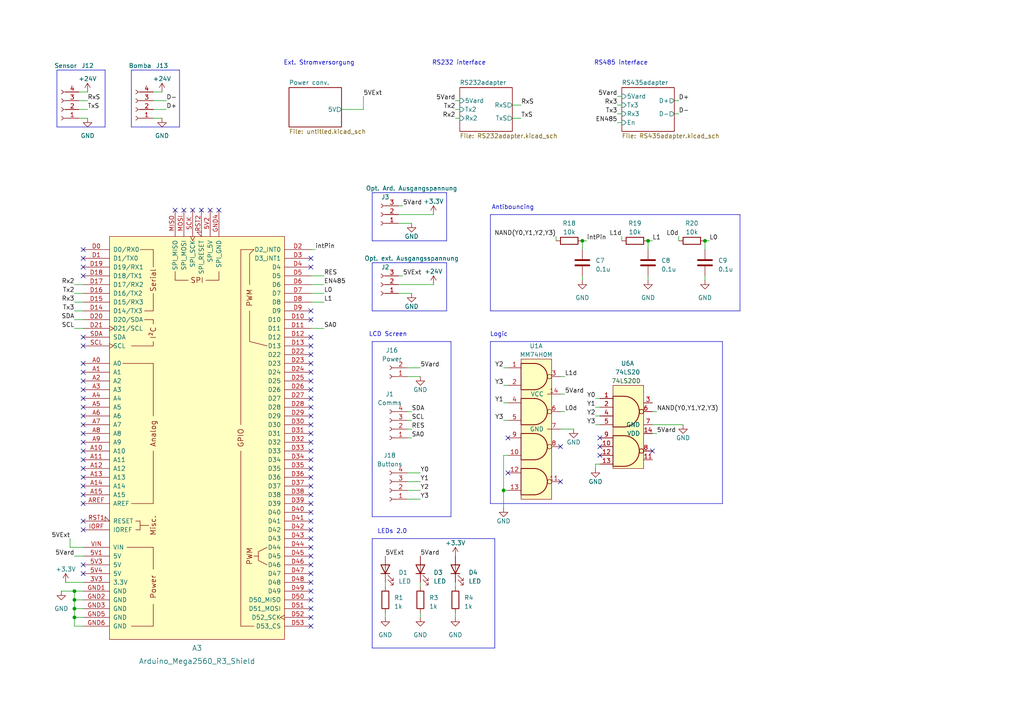
<source format=kicad_sch>
(kicad_sch (version 20230121) (generator eeschema)
  (paper "A4")
  (lib_symbols
    (symbol "74ls20D:74LS20" (pin_names (offset 1.016))
      (property "Reference" "U" (at 0 1.27 0))
      (property "Value" "74LS20" (at 0 -1.27 0))
      (symbol "74LS20_1_1"
        (text "74LS20D" (at 0 8.89 0) (effects (font (size 1.27 1.27))))
        (pin input line (at -7.62 3.81 0) (length 3.81) (name "~") (number "1"))
        (pin input line (at -7.62 -10.16 0) (length 3.81) (name "~") (number "10"))
        (pin free line (at 7.62 -13.97 180) (length 2.54) (name "~") (number "11"))
        (pin input line (at -7.62 -12.7 0) (length 3.81) (name "~") (number "12"))
        (pin input line (at -7.62 -15.24 0) (length 3.81) (name "~") (number "13"))
        (pin input line (at 7.62 -6.35 180) (length 2.54) (name "VDD") (number "14"))
        (pin input line (at -7.62 1.27 0) (length 3.81) (name "~") (number "2"))
        (pin free line (at 7.62 2.54 180) (length 2.54) (name "~") (number "3"))
        (pin input line (at -7.62 -1.27 0) (length 3.81) (name "~") (number "4"))
        (pin input line (at -7.62 -3.81 0) (length 3.81) (name "~") (number "5"))
        (pin output inverted (at 7.62 0 180) (length 3.81) (name "~") (number "6"))
        (pin input line (at 7.62 -3.81 180) (length 2.54) (name "GND") (number "7"))
        (pin output inverted (at 7.62 -11.43 180) (length 3.81) (name "~") (number "8"))
        (pin input line (at -7.62 -7.62 0) (length 3.81) (name "~") (number "9"))
      )
      (symbol "74LS20_1_2"
        (pin input inverted (at -7.62 3.81 0) (length 3.81) (name "~") (number "1"))
        (pin input inverted (at -7.62 1.27 0) (length 4.826) (name "~") (number "2"))
        (pin input inverted (at -7.62 -1.27 0) (length 4.826) (name "~") (number "4"))
        (pin input inverted (at -7.62 -3.81 0) (length 3.81) (name "~") (number "5"))
        (pin output line (at 7.62 0 180) (length 3.81) (name "~") (number "6"))
      )
      (symbol "74LS20_2_1"
        (pin input line (at -7.62 1.27 0) (length 3.81) (name "~") (number "10"))
        (pin input line (at -7.62 -1.27 0) (length 3.81) (name "~") (number "12"))
        (pin input line (at -7.62 -3.81 0) (length 3.81) (name "~") (number "13"))
        (pin output inverted (at 7.62 0 180) (length 3.81) (name "~") (number "8"))
        (pin input line (at -7.62 3.81 0) (length 3.81) (name "~") (number "9"))
      )
      (symbol "74LS20_2_2"
        (pin input inverted (at -7.62 1.27 0) (length 4.826) (name "~") (number "10"))
        (pin input inverted (at -7.62 -1.27 0) (length 4.826) (name "~") (number "12"))
        (pin input inverted (at -7.62 -3.81 0) (length 3.81) (name "~") (number "13"))
        (pin output line (at 7.62 0 180) (length 3.81) (name "~") (number "8"))
        (pin input inverted (at -7.62 3.81 0) (length 3.81) (name "~") (number "9"))
      )
      (symbol "74LS20_3_0"
        (pin power_in line (at 0 12.7 270) (length 5.08) (name "VCC") (number "14"))
        (pin power_in line (at 0 -12.7 90) (length 5.08) (name "GND") (number "7"))
      )
    )
    (symbol "Conn_01x04_Female_1" (pin_names (offset 1.016) hide)
      (property "Reference" "J" (at 0 5.08 0))
      (property "Value" "Conn_01x04_Female_1" (at 0 -7.62 0))
      (symbol "Conn_01x04_Female_1_1_1"
        (pin passive line (at -5.08 2.54 0) (length 3.81) (name "Pin_1") (number "1"))
        (pin passive line (at -5.08 0 0) (length 3.81) (name "Pin_2") (number "2"))
        (pin passive line (at -5.08 -2.54 0) (length 3.81) (name "Pin_3") (number "3"))
        (pin passive line (at -5.08 -5.08 0) (length 3.81) (name "Pin_4") (number "4"))
      )
    )
    (symbol "Connector:Conn_01x02_Female" (pin_names (offset 1.016) hide)
      (property "Reference" "J" (at 0 2.54 0))
      (property "Value" "Conn_01x02_Female" (at 0 -5.08 0))
      (symbol "Conn_01x02_Female_1_1"
        (pin passive line (at -5.08 0 0) (length 3.81) (name "Pin_1") (number "1"))
        (pin passive line (at -5.08 -2.54 0) (length 3.81) (name "Pin_2") (number "2"))
      )
    )
    (symbol "Connector:Conn_01x03_Socket" (pin_names (offset 1.016) hide)
      (property "Reference" "J" (at 0 5.08 0))
      (property "Value" "Conn_01x03_Socket" (at 0 -5.08 0))
      (symbol "Conn_01x03_Socket_1_1"
        (pin passive line (at -5.08 2.54 0) (length 3.81) (name "Pin_1") (number "1"))
        (pin passive line (at -5.08 0 0) (length 3.81) (name "Pin_2") (number "2"))
        (pin passive line (at -5.08 -2.54 0) (length 3.81) (name "Pin_3") (number "3"))
      )
    )
    (symbol "Connector:Conn_01x04_Female" (pin_names (offset 1.016) hide)
      (property "Reference" "J" (at 0 5.08 0))
      (property "Value" "Conn_01x04_Female" (at 0 -7.62 0))
      (symbol "Conn_01x04_Female_1_1"
        (pin passive line (at -5.08 2.54 0) (length 3.81) (name "Pin_1") (number "1"))
        (pin passive line (at -5.08 0 0) (length 3.81) (name "Pin_2") (number "2"))
        (pin passive line (at -5.08 -2.54 0) (length 3.81) (name "Pin_3") (number "3"))
        (pin passive line (at -5.08 -5.08 0) (length 3.81) (name "Pin_4") (number "4"))
      )
    )
    (symbol "Connector:Conn_01x04_Socket" (pin_names (offset 1.016) hide)
      (property "Reference" "J" (at 0 5.08 0))
      (property "Value" "Conn_01x04_Socket" (at 0 -7.62 0))
      (symbol "Conn_01x04_Socket_1_1"
        (pin passive line (at -5.08 2.54 0) (length 3.81) (name "Pin_1") (number "1"))
        (pin passive line (at -5.08 0 0) (length 3.81) (name "Pin_2") (number "2"))
        (pin passive line (at -5.08 -2.54 0) (length 3.81) (name "Pin_3") (number "3"))
        (pin passive line (at -5.08 -5.08 0) (length 3.81) (name "Pin_4") (number "4"))
      )
    )
    (symbol "Device:C" (pin_numbers hide) (pin_names (offset 0.254))
      (property "Reference" "C" (at 0.635 2.54 0))
      (property "Value" "C" (at 0.635 -2.54 0))
      (symbol "C_1_1"
        (pin passive line (at 0 3.81 270) (length 2.794) (name "~") (number "1"))
        (pin passive line (at 0 -3.81 90) (length 2.794) (name "~") (number "2"))
      )
    )
    (symbol "Device:LED" (pin_numbers hide) (pin_names (offset 1.016) hide)
      (property "Reference" "D" (at 0 2.54 0))
      (property "Value" "LED" (at 0 -2.54 0))
      (symbol "LED_1_1"
        (pin passive line (at -3.81 0 0) (length 2.54) (name "K") (number "1"))
        (pin passive line (at 3.81 0 180) (length 2.54) (name "A") (number "2"))
      )
    )
    (symbol "Device:R" (pin_numbers hide) (pin_names (offset 0))
      (property "Reference" "R" (at 2.032 0 90))
      (property "Value" "R" (at 0 0 90))
      (symbol "R_1_1"
        (pin passive line (at 0 3.81 270) (length 1.27) (name "~") (number "1"))
        (pin passive line (at 0 -3.81 90) (length 1.27) (name "~") (number "2"))
      )
    )
    (symbol "GND_1" (power) (pin_names (offset 0))
      (property "Value" "GND_1" (at 0 -3.81 0))
      (symbol "GND_1_1_1"
        (pin power_in line (at 0 0 270) (length 0) hide (name "GND") (number "1"))
      )
    )
    (symbol "MM74HC:MM74HC00M" (pin_names (offset 1.016))
      (property "Reference" "U" (at -6.35 -6.35 0))
      (property "Value" "74LS01" (at -6.35 -8.89 0))
      (symbol "MM74HC00M_1_1"
        (pin input line (at -13.97 -5.08 0) (length 3.81) (name "~") (number "1"))
        (pin input line (at -13.97 -30.48 0) (length 3.81) (name "~") (number "10"))
        (pin output inverted (at 1.27 -38.1 180) (length 3.81) (name "~") (number "11"))
        (pin input line (at -13.97 -35.56 0) (length 3.81) (name "~") (number "12"))
        (pin input line (at -13.97 -40.64 0) (length 3.81) (name "~") (number "13"))
        (pin input line (at 1.27 -12.7 180) (length 3.81) (name "VCC") (number "14"))
        (pin input line (at -13.97 -10.16 0) (length 3.81) (name "~") (number "2"))
        (pin output inverted (at 1.27 -7.62 180) (length 3.81) (name "~") (number "3"))
        (pin input line (at -13.97 -15.24 0) (length 3.81) (name "~") (number "4"))
        (pin input line (at -13.97 -20.32 0) (length 3.81) (name "~") (number "5"))
        (pin output inverted (at 1.27 -17.78 180) (length 3.81) (name "~") (number "6"))
        (pin input line (at 1.27 -22.86 180) (length 3.81) (name "GND") (number "7"))
        (pin output inverted (at 1.27 -27.94 180) (length 3.81) (name "~") (number "8"))
        (pin input line (at -13.97 -25.4 0) (length 3.81) (name "~") (number "9"))
      )
      (symbol "MM74HC00M_1_2"
        (pin open_collector line (at 7.62 0 180) (length 3.81) (name "~") (number "1"))
        (pin input inverted (at -7.62 2.54 0) (length 4.318) (name "~") (number "2"))
        (pin input inverted (at -7.62 -2.54 0) (length 4.318) (name "~") (number "3"))
      )
      (symbol "MM74HC00M_2_1"
        (pin open_collector inverted (at 7.62 0 180) (length 3.81) (name "~") (number "4"))
        (pin input line (at -7.62 2.54 0) (length 3.81) (name "~") (number "5"))
        (pin input line (at -7.62 -2.54 0) (length 3.81) (name "~") (number "6"))
      )
      (symbol "MM74HC00M_2_2"
        (pin open_collector line (at 7.62 0 180) (length 3.81) (name "~") (number "4"))
        (pin input inverted (at -7.62 2.54 0) (length 4.318) (name "~") (number "5"))
        (pin input inverted (at -7.62 -2.54 0) (length 4.318) (name "~") (number "6"))
      )
      (symbol "MM74HC00M_3_1"
        (pin open_collector inverted (at 7.62 0 180) (length 3.81) (name "~") (number "10"))
        (pin input line (at -7.62 2.54 0) (length 3.81) (name "~") (number "8"))
        (pin input line (at -7.62 -2.54 0) (length 3.81) (name "~") (number "9"))
      )
      (symbol "MM74HC00M_3_2"
        (pin open_collector line (at 7.62 0 180) (length 3.81) (name "~") (number "10"))
        (pin input inverted (at -7.62 2.54 0) (length 4.318) (name "~") (number "8"))
        (pin input inverted (at -7.62 -2.54 0) (length 4.318) (name "~") (number "9"))
      )
      (symbol "MM74HC00M_4_1"
        (pin input line (at -7.62 2.54 0) (length 3.81) (name "~") (number "11"))
        (pin input line (at -7.62 -2.54 0) (length 3.81) (name "~") (number "12"))
        (pin open_collector inverted (at 7.62 0 180) (length 3.81) (name "~") (number "13"))
      )
      (symbol "MM74HC00M_4_2"
        (pin input inverted (at -7.62 2.54 0) (length 4.318) (name "~") (number "11"))
        (pin input inverted (at -7.62 -2.54 0) (length 4.318) (name "~") (number "12"))
        (pin open_collector line (at 7.62 0 180) (length 3.81) (name "~") (number "13"))
      )
      (symbol "MM74HC00M_5_0"
        (pin power_in line (at 0 12.7 270) (length 5.08) (name "VCC") (number "14"))
        (pin power_in line (at 0 -12.7 90) (length 5.08) (name "GND") (number "7"))
      )
    )
    (symbol "arduino-library:Arduino_Mega2560_R3_Shield" (pin_names (offset 1.016))
      (property "Reference" "A3" (at 0 -60.96 0))
      (property "Value" "Arduino_Mega2560_R3_Shield" (at 0 -64.77 0))
      (symbol "Arduino_Mega2560_R3_Shield_0_0"
        (text "Analog" (at -12.7 1.27 900) (effects (font (size 1.524 1.524))))
        (text "I²C" (at -12.7 30.48 900) (effects (font (size 1.524 1.524))))
        (text "Misc." (at -12.7 -25.4 900) (effects (font (size 1.524 1.524))))
        (text "Power" (at -12.7 -43.18 900) (effects (font (size 1.524 1.524))))
        (text "PWM" (at 15.24 -34.29 900) (effects (font (size 1.524 1.524))))
        (text "PWM" (at 15.24 40.64 900) (effects (font (size 1.524 1.524))))
        (text "Serial" (at -12.7 45.72 900) (effects (font (size 1.524 1.524))))
        (text "SPI" (at 0 45.72 0) (effects (font (size 1.524 1.524))))
      )
      (symbol "Arduino_Mega2560_R3_Shield_1_0"
        (text "GPIO" (at 12.7 0 900) (effects (font (size 1.524 1.524))))
      )
      (symbol "Arduino_Mega2560_R3_Shield_1_1"
        (pin power_out line (at -33.02 -41.91 0) (length 7.62) (name "3.3V") (number "3V3"))
        (pin power_out line (at -33.02 -34.29 0) (length 7.62) (name "5V") (number "5V1"))
        (pin power_in line (at 3.81 66.04 270) (length 7.62) (name "SPI_5V") (number "5V2"))
        (pin bidirectional line (at -33.02 -36.83 0) (length 7.62) (name "5V") (number "5V3"))
        (pin bidirectional line (at -33.02 -39.37 0) (length 7.62) (name "5V") (number "5V4"))
        (pin bidirectional line (at -33.02 21.59 0) (length 7.62) (name "A0") (number "A0"))
        (pin bidirectional line (at -33.02 19.05 0) (length 7.62) (name "A1") (number "A1"))
        (pin bidirectional line (at -33.02 -3.81 0) (length 7.62) (name "A10") (number "A10"))
        (pin bidirectional line (at -33.02 -6.35 0) (length 7.62) (name "A11") (number "A11"))
        (pin bidirectional line (at -33.02 -8.89 0) (length 7.62) (name "A12") (number "A12"))
        (pin bidirectional line (at -33.02 -11.43 0) (length 7.62) (name "A13") (number "A13"))
        (pin bidirectional line (at -33.02 -13.97 0) (length 7.62) (name "A14") (number "A14"))
        (pin bidirectional line (at -33.02 -16.51 0) (length 7.62) (name "A15") (number "A15"))
        (pin bidirectional line (at -33.02 16.51 0) (length 7.62) (name "A2") (number "A2"))
        (pin bidirectional line (at -33.02 13.97 0) (length 7.62) (name "A3") (number "A3"))
        (pin bidirectional line (at -33.02 11.43 0) (length 7.62) (name "A4") (number "A4"))
        (pin bidirectional line (at -33.02 8.89 0) (length 7.62) (name "A5") (number "A5"))
        (pin bidirectional line (at -33.02 6.35 0) (length 7.62) (name "A6") (number "A6"))
        (pin bidirectional line (at -33.02 3.81 0) (length 7.62) (name "A7") (number "A7"))
        (pin bidirectional line (at -33.02 1.27 0) (length 7.62) (name "A8") (number "A8"))
        (pin bidirectional line (at -33.02 -1.27 0) (length 7.62) (name "A9") (number "A9"))
        (pin input line (at -33.02 -19.05 0) (length 7.62) (name "AREF") (number "AREF"))
        (pin bidirectional line (at -33.02 54.61 0) (length 7.62) (name "D0/RX0") (number "D0"))
        (pin bidirectional line (at -33.02 52.07 0) (length 7.62) (name "D1/TX0") (number "D1"))
        (pin bidirectional line (at 33.02 34.29 180) (length 7.62) (name "D10") (number "D10"))
        (pin bidirectional line (at 33.02 31.75 180) (length 7.62) (name "D11") (number "D11"))
        (pin bidirectional line (at 33.02 29.21 180) (length 7.62) (name "D12") (number "D12"))
        (pin bidirectional line (at 33.02 26.67 180) (length 7.62) (name "D13") (number "D13"))
        (pin bidirectional line (at -33.02 36.83 0) (length 7.62) (name "D14/TX3") (number "D14"))
        (pin bidirectional line (at -33.02 39.37 0) (length 7.62) (name "D15/RX3") (number "D15"))
        (pin bidirectional line (at -33.02 41.91 0) (length 7.62) (name "D16/TX2") (number "D16"))
        (pin bidirectional line (at -33.02 44.45 0) (length 7.62) (name "D17/RX2") (number "D17"))
        (pin bidirectional line (at -33.02 46.99 0) (length 7.62) (name "D18/TX1") (number "D18"))
        (pin bidirectional line (at -33.02 49.53 0) (length 7.62) (name "D19/RX1") (number "D19"))
        (pin bidirectional line (at 33.02 54.61 180) (length 7.62) (name "D2_INT0") (number "D2"))
        (pin bidirectional line (at -33.02 34.29 0) (length 7.62) (name "D20/SDA") (number "D20"))
        (pin bidirectional clock (at -33.02 31.75 0) (length 7.62) (name "D21/SCL") (number "D21"))
        (pin bidirectional line (at 33.02 24.13 180) (length 7.62) (name "D22") (number "D22"))
        (pin bidirectional line (at 33.02 21.59 180) (length 7.62) (name "D23") (number "D23"))
        (pin bidirectional line (at 33.02 19.05 180) (length 7.62) (name "D24") (number "D24"))
        (pin bidirectional line (at 33.02 16.51 180) (length 7.62) (name "D25") (number "D25"))
        (pin bidirectional line (at 33.02 13.97 180) (length 7.62) (name "D26") (number "D26"))
        (pin bidirectional line (at 33.02 11.43 180) (length 7.62) (name "D27") (number "D27"))
        (pin bidirectional line (at 33.02 8.89 180) (length 7.62) (name "D28") (number "D28"))
        (pin bidirectional line (at 33.02 6.35 180) (length 7.62) (name "D29") (number "D29"))
        (pin bidirectional line (at 33.02 52.07 180) (length 7.62) (name "D3_INT1") (number "D3"))
        (pin bidirectional line (at 33.02 3.81 180) (length 7.62) (name "D30") (number "D30"))
        (pin bidirectional line (at 33.02 1.27 180) (length 7.62) (name "D31") (number "D31"))
        (pin bidirectional line (at 33.02 -1.27 180) (length 7.62) (name "D32") (number "D32"))
        (pin bidirectional line (at 33.02 -3.81 180) (length 7.62) (name "D33") (number "D33"))
        (pin bidirectional line (at 33.02 -6.35 180) (length 7.62) (name "D34") (number "D34"))
        (pin bidirectional line (at 33.02 -8.89 180) (length 7.62) (name "D35") (number "D35"))
        (pin bidirectional line (at 33.02 -11.43 180) (length 7.62) (name "D36") (number "D36"))
        (pin bidirectional line (at 33.02 -13.97 180) (length 7.62) (name "D37") (number "D37"))
        (pin bidirectional line (at 33.02 -16.51 180) (length 7.62) (name "D38") (number "D38"))
        (pin bidirectional line (at 33.02 -19.05 180) (length 7.62) (name "D39") (number "D39"))
        (pin bidirectional line (at 33.02 49.53 180) (length 7.62) (name "D4") (number "D4"))
        (pin bidirectional line (at 33.02 -21.59 180) (length 7.62) (name "D40") (number "D40"))
        (pin bidirectional line (at 33.02 -24.13 180) (length 7.62) (name "D41") (number "D41"))
        (pin bidirectional line (at 33.02 -26.67 180) (length 7.62) (name "D42") (number "D42"))
        (pin bidirectional line (at 33.02 -29.21 180) (length 7.62) (name "D43") (number "D43"))
        (pin bidirectional line (at 33.02 -31.75 180) (length 7.62) (name "D44") (number "D44"))
        (pin bidirectional line (at 33.02 -34.29 180) (length 7.62) (name "D45") (number "D45"))
        (pin bidirectional line (at 33.02 -36.83 180) (length 7.62) (name "D46") (number "D46"))
        (pin bidirectional line (at 33.02 -39.37 180) (length 7.62) (name "D47") (number "D47"))
        (pin bidirectional line (at 33.02 -41.91 180) (length 7.62) (name "D48") (number "D48"))
        (pin bidirectional line (at 33.02 -44.45 180) (length 7.62) (name "D49") (number "D49"))
        (pin bidirectional line (at 33.02 46.99 180) (length 7.62) (name "D5") (number "D5"))
        (pin bidirectional line (at 33.02 -46.99 180) (length 7.62) (name "D50_MISO") (number "D50"))
        (pin bidirectional line (at 33.02 -49.53 180) (length 7.62) (name "D51_MOSI") (number "D51"))
        (pin bidirectional clock (at 33.02 -52.07 180) (length 7.62) (name "D52_SCK") (number "D52"))
        (pin bidirectional line (at 33.02 -54.61 180) (length 7.62) (name "D53_CS") (number "D53"))
        (pin bidirectional line (at 33.02 44.45 180) (length 7.62) (name "D6") (number "D6"))
        (pin bidirectional line (at 33.02 41.91 180) (length 7.62) (name "D7") (number "D7"))
        (pin bidirectional line (at 33.02 39.37 180) (length 7.62) (name "D8") (number "D8"))
        (pin bidirectional line (at 33.02 36.83 180) (length 7.62) (name "D9") (number "D9"))
        (pin power_in line (at -33.02 -44.45 0) (length 7.62) (name "GND") (number "GND1"))
        (pin power_in line (at -33.02 -46.99 0) (length 7.62) (name "GND") (number "GND2"))
        (pin power_in line (at -33.02 -49.53 0) (length 7.62) (name "GND") (number "GND3"))
        (pin power_in line (at 6.35 66.04 270) (length 7.62) (name "SPI_GND") (number "GND4"))
        (pin power_in line (at -33.02 -52.07 0) (length 7.62) (name "GND") (number "GND5"))
        (pin power_in line (at -33.02 -54.61 0) (length 7.62) (name "GND") (number "GND6"))
        (pin output line (at -33.02 -26.67 0) (length 7.62) (name "IOREF") (number "IORF"))
        (pin input line (at -6.35 66.04 270) (length 7.62) (name "SPI_MISO") (number "MISO"))
        (pin output line (at -3.81 66.04 270) (length 7.62) (name "SPI_MOSI") (number "MOSI"))
        (pin open_collector input_low (at -33.02 -24.13 0) (length 7.62) (name "RESET") (number "RST1"))
        (pin open_collector input_low (at 1.27 66.04 270) (length 7.62) (name "SPI_RESET") (number "RST2"))
        (pin output clock (at -1.27 66.04 270) (length 7.62) (name "SPI_SCK") (number "SCK"))
        (pin bidirectional clock (at -33.02 26.67 0) (length 7.62) (name "SCL") (number "SCL"))
        (pin bidirectional line (at -33.02 29.21 0) (length 7.62) (name "SDA") (number "SDA"))
        (pin power_in line (at -33.02 -31.75 0) (length 7.62) (name "VIN") (number "VIN"))
      )
    )
    (symbol "power:+24V" (power) (pin_names (offset 0))
      (property "Value" "+24V" (at 0 3.556 0))
      (symbol "+24V_1_1"
        (pin power_in line (at 0 0 90) (length 0) hide (name "+24V") (number "1"))
      )
    )
    (symbol "power:+3.3V" (power) (pin_names (offset 0))
      (property "Value" "+3.3V" (at 0 3.556 0))
      (symbol "+3.3V_1_1"
        (pin power_in line (at 0 0 90) (length 0) hide (name "+3.3V") (number "1"))
      )
    )
    (symbol "power:GND" (power) (pin_names (offset 0))
      (property "Value" "GND" (at 0 -3.81 0))
      (symbol "GND_1_1"
        (pin power_in line (at 0 0 270) (length 0) hide (name "GND") (number "1"))
      )
    )
  )
  (junction (at 21.59 171.45))
  (junction (at 204.47 69.85))
  (junction (at 21.59 173.99))
  (junction (at 146.05 142.24))
  (junction (at 187.96 69.85))
  (junction (at 168.91 69.85))
  (junction (at 21.59 176.53))
  (junction (at 21.59 179.07))
  (no_connect (at 90.17 77.47))
  (no_connect (at 90.17 92.71))
  (no_connect (at 50.8 60.96))
  (no_connect (at 53.34 60.96))
  (no_connect (at 58.42 60.96))
  (no_connect (at 60.96 60.96))
  (no_connect (at 63.5 60.96))
  (no_connect (at 90.17 97.79))
  (no_connect (at 90.17 100.33))
  (no_connect (at 90.17 102.87))
  (no_connect (at 90.17 107.95))
  (no_connect (at 90.17 105.41))
  (no_connect (at 90.17 110.49))
  (no_connect (at 90.17 138.43))
  (no_connect (at 90.17 140.97))
  (no_connect (at 90.17 143.51))
  (no_connect (at 90.17 146.05))
  (no_connect (at 90.17 148.59))
  (no_connect (at 90.17 151.13))
  (no_connect (at 90.17 153.67))
  (no_connect (at 90.17 156.21))
  (no_connect (at 90.17 158.75))
  (no_connect (at 90.17 161.29))
  (no_connect (at 90.17 163.83))
  (no_connect (at 90.17 166.37))
  (no_connect (at 90.17 168.91))
  (no_connect (at 90.17 171.45))
  (no_connect (at 90.17 173.99))
  (no_connect (at 90.17 176.53))
  (no_connect (at 90.17 179.07))
  (no_connect (at 90.17 181.61))
  (no_connect (at 24.13 153.67))
  (no_connect (at 24.13 151.13))
  (no_connect (at 24.13 146.05))
  (no_connect (at 24.13 143.51))
  (no_connect (at 24.13 140.97))
  (no_connect (at 90.17 113.03))
  (no_connect (at 90.17 115.57))
  (no_connect (at 90.17 118.11))
  (no_connect (at 90.17 120.65))
  (no_connect (at 90.17 123.19))
  (no_connect (at 90.17 125.73))
  (no_connect (at 90.17 128.27))
  (no_connect (at 90.17 130.81))
  (no_connect (at 90.17 133.35))
  (no_connect (at 90.17 135.89))
  (no_connect (at 24.13 72.39))
  (no_connect (at 24.13 74.93))
  (no_connect (at 24.13 77.47))
  (no_connect (at 24.13 80.01))
  (no_connect (at 173.99 127))
  (no_connect (at 147.32 137.16))
  (no_connect (at 162.56 139.7))
  (no_connect (at 24.13 97.79))
  (no_connect (at 24.13 110.49))
  (no_connect (at 24.13 107.95))
  (no_connect (at 24.13 105.41))
  (no_connect (at 55.88 60.96))
  (no_connect (at 24.13 138.43))
  (no_connect (at 24.13 135.89))
  (no_connect (at 24.13 133.35))
  (no_connect (at 24.13 130.81))
  (no_connect (at 24.13 115.57))
  (no_connect (at 24.13 113.03))
  (no_connect (at 24.13 128.27))
  (no_connect (at 24.13 125.73))
  (no_connect (at 24.13 123.19))
  (no_connect (at 24.13 120.65))
  (no_connect (at 24.13 118.11))
  (no_connect (at 189.23 130.81))
  (no_connect (at 24.13 166.37))
  (no_connect (at 24.13 163.83))
  (no_connect (at 147.32 127))
  (no_connect (at 90.17 90.17))
  (no_connect (at 24.13 100.33))
  (no_connect (at 173.99 129.54))
  (no_connect (at 162.56 129.54))
  (no_connect (at 173.99 132.08))
  (no_connect (at 90.17 74.93))
  (wire (pts (xy 187.96 69.85) (xy 189.23 69.85)))
  (wire (pts (xy 21.59 179.07) (xy 21.59 181.61)))
  (wire (pts (xy 118.11 139.7) (xy 121.92 139.7)))
  (wire (pts (xy 179.07 33.02) (xy 180.34 33.02)))
  (wire (pts (xy 146.05 121.92) (xy 147.32 121.92)))
  (wire (pts (xy 132.08 168.91) (xy 132.08 170.18)))
  (wire (pts (xy 22.86 26.67) (xy 25.4 26.67)))
  (polyline (pts (xy 130.81 149.86) (xy 130.81 99.06)))
  (wire (pts (xy 195.58 33.02) (xy 196.85 33.02)))
  (wire (pts (xy 111.76 177.8) (xy 111.76 179.07)))
  (wire (pts (xy 22.86 31.75) (xy 25.4 31.75)))
  (wire (pts (xy 146.05 132.08) (xy 146.05 142.24)))
  (wire (pts (xy 21.59 87.63) (xy 24.13 87.63)))
  (wire (pts (xy 44.45 29.21) (xy 48.26 29.21)))
  (wire (pts (xy 118.11 119.38) (xy 119.38 119.38)))
  (wire (pts (xy 132.08 34.29) (xy 133.35 34.29)))
  (wire (pts (xy 168.91 80.01) (xy 168.91 81.28)))
  (polyline (pts (xy 142.24 99.06) (xy 142.24 146.05)))
  (polyline (pts (xy 38.1 36.83) (xy 52.07 36.83)))
  (wire (pts (xy 162.56 114.3) (xy 163.83 114.3)))
  (wire (pts (xy 148.59 30.48) (xy 151.13 30.48)))
  (polyline (pts (xy 142.24 90.17) (xy 214.63 90.17)))
  (wire (pts (xy 115.57 64.77) (xy 119.38 64.77)))
  (polyline (pts (xy 107.95 99.06) (xy 107.95 149.86)))
  (wire (pts (xy 132.08 29.21) (xy 133.35 29.21)))
  (wire (pts (xy 195.58 29.21) (xy 196.85 29.21)))
  (wire (pts (xy 111.76 168.91) (xy 111.76 170.18)))
  (wire (pts (xy 179.07 35.56) (xy 180.34 35.56)))
  (polyline (pts (xy 129.54 90.17) (xy 129.54 76.2)))
  (wire (pts (xy 118.11 121.92) (xy 119.38 121.92)))
  (wire (pts (xy 44.45 26.67) (xy 46.99 26.67)))
  (wire (pts (xy 90.17 85.09) (xy 93.98 85.09)))
  (polyline (pts (xy 142.24 146.05) (xy 209.55 146.05)))
  (polyline (pts (xy 209.55 146.05) (xy 209.55 99.06)))
  (wire (pts (xy 24.13 176.53) (xy 21.59 176.53)))
  (wire (pts (xy 180.34 68.58) (xy 180.34 69.85)))
  (wire (pts (xy 121.92 177.8) (xy 121.92 179.07)))
  (wire (pts (xy 115.57 82.55) (xy 125.73 82.55)))
  (polyline (pts (xy 107.95 76.2) (xy 107.95 90.17)))
  (wire (pts (xy 162.56 124.46) (xy 166.37 124.46)))
  (wire (pts (xy 121.92 168.91) (xy 121.92 170.18)))
  (wire (pts (xy 172.72 123.19) (xy 173.99 123.19)))
  (wire (pts (xy 146.05 142.24) (xy 146.05 147.32)))
  (wire (pts (xy 172.72 134.62) (xy 172.72 135.89)))
  (wire (pts (xy 19.05 168.91) (xy 24.13 168.91)))
  (polyline (pts (xy 16.51 20.32) (xy 16.51 36.83)))
  (wire (pts (xy 115.57 59.69) (xy 116.84 59.69)))
  (polyline (pts (xy 30.48 36.83) (xy 30.48 20.32)))
  (wire (pts (xy 21.59 173.99) (xy 21.59 176.53)))
  (wire (pts (xy 21.59 171.45) (xy 24.13 171.45)))
  (wire (pts (xy 168.91 69.85) (xy 170.18 69.85)))
  (wire (pts (xy 146.05 106.68) (xy 147.32 106.68)))
  (wire (pts (xy 90.17 72.39) (xy 91.44 72.39)))
  (polyline (pts (xy 16.51 20.32) (xy 30.48 20.32)))
  (wire (pts (xy 196.85 68.58) (xy 196.85 69.85)))
  (wire (pts (xy 20.32 156.21) (xy 20.32 158.75)))
  (wire (pts (xy 161.29 68.58) (xy 161.29 69.85)))
  (polyline (pts (xy 52.07 36.83) (xy 52.07 20.32)))
  (polyline (pts (xy 142.24 62.23) (xy 142.24 90.17)))
  (wire (pts (xy 21.59 173.99) (xy 24.13 173.99)))
  (wire (pts (xy 204.47 69.85) (xy 205.74 69.85)))
  (wire (pts (xy 115.57 85.09) (xy 119.38 85.09)))
  (polyline (pts (xy 38.1 20.32) (xy 38.1 36.83)))
  (wire (pts (xy 24.13 158.75) (xy 20.32 158.75)))
  (wire (pts (xy 118.11 127) (xy 119.38 127)))
  (polyline (pts (xy 107.95 76.2) (xy 129.54 76.2)))
  (wire (pts (xy 189.23 125.73) (xy 190.5 125.73)))
  (wire (pts (xy 90.17 95.25) (xy 93.98 95.25)))
  (polyline (pts (xy 107.95 156.21) (xy 107.95 187.96)))
  (polyline (pts (xy 107.95 149.86) (xy 130.81 149.86)))
  (wire (pts (xy 172.72 118.11) (xy 173.99 118.11)))
  (wire (pts (xy 90.17 82.55) (xy 93.98 82.55)))
  (polyline (pts (xy 107.95 187.96) (xy 143.51 187.96)))
  (wire (pts (xy 162.56 109.22) (xy 163.83 109.22)))
  (polyline (pts (xy 107.95 90.17) (xy 129.54 90.17)))
  (wire (pts (xy 90.17 80.01) (xy 93.98 80.01)))
  (wire (pts (xy 118.11 109.22) (xy 121.92 109.22)))
  (polyline (pts (xy 107.95 55.88) (xy 129.54 55.88)))
  (wire (pts (xy 115.57 80.01) (xy 116.84 80.01)))
  (wire (pts (xy 17.78 171.45) (xy 21.59 171.45)))
  (wire (pts (xy 21.59 176.53) (xy 21.59 179.07)))
  (wire (pts (xy 172.72 120.65) (xy 173.99 120.65)))
  (wire (pts (xy 168.91 69.85) (xy 168.91 72.39)))
  (wire (pts (xy 189.23 123.19) (xy 198.12 123.19)))
  (wire (pts (xy 118.11 142.24) (xy 121.92 142.24)))
  (wire (pts (xy 204.47 80.01) (xy 204.47 81.28)))
  (polyline (pts (xy 142.24 62.23) (xy 214.63 62.23)))
  (wire (pts (xy 44.45 31.75) (xy 48.26 31.75)))
  (polyline (pts (xy 142.24 99.06) (xy 209.55 99.06)))
  (polyline (pts (xy 107.95 55.88) (xy 107.95 69.85)))
  (wire (pts (xy 21.59 95.25) (xy 24.13 95.25)))
  (wire (pts (xy 187.96 69.85) (xy 187.96 72.39)))
  (wire (pts (xy 118.11 144.78) (xy 121.92 144.78)))
  (wire (pts (xy 147.32 132.08) (xy 146.05 132.08)))
  (wire (pts (xy 173.99 134.62) (xy 172.72 134.62)))
  (wire (pts (xy 146.05 111.76) (xy 147.32 111.76)))
  (wire (pts (xy 118.11 106.68) (xy 121.92 106.68)))
  (wire (pts (xy 162.56 119.38) (xy 163.83 119.38)))
  (wire (pts (xy 187.96 80.01) (xy 187.96 81.28)))
  (wire (pts (xy 146.05 116.84) (xy 147.32 116.84)))
  (wire (pts (xy 179.07 27.94) (xy 180.34 27.94)))
  (polyline (pts (xy 107.95 69.85) (xy 129.54 69.85)))
  (wire (pts (xy 115.57 62.23) (xy 125.73 62.23)))
  (polyline (pts (xy 107.95 99.06) (xy 130.81 99.06)))
  (wire (pts (xy 22.86 34.29) (xy 25.4 34.29)))
  (wire (pts (xy 21.59 90.17) (xy 24.13 90.17)))
  (polyline (pts (xy 38.1 20.32) (xy 52.07 20.32)))
  (wire (pts (xy 21.59 82.55) (xy 24.13 82.55)))
  (wire (pts (xy 146.05 142.24) (xy 147.32 142.24)))
  (wire (pts (xy 21.59 181.61) (xy 24.13 181.61)))
  (wire (pts (xy 99.06 31.75) (xy 105.41 31.75)))
  (wire (pts (xy 21.59 171.45) (xy 21.59 173.99)))
  (wire (pts (xy 172.72 115.57) (xy 173.99 115.57)))
  (wire (pts (xy 105.41 27.94) (xy 105.41 31.75)))
  (polyline (pts (xy 214.63 62.23) (xy 214.63 90.17)))
  (wire (pts (xy 90.17 87.63) (xy 93.98 87.63)))
  (wire (pts (xy 148.59 34.29) (xy 151.13 34.29)))
  (wire (pts (xy 118.11 124.46) (xy 119.38 124.46)))
  (polyline (pts (xy 107.95 156.21) (xy 143.51 156.21)))
  (wire (pts (xy 118.11 137.16) (xy 121.92 137.16)))
  (wire (pts (xy 189.23 119.38) (xy 190.5 119.38)))
  (wire (pts (xy 204.47 69.85) (xy 204.47 72.39)))
  (wire (pts (xy 179.07 30.48) (xy 180.34 30.48)))
  (wire (pts (xy 132.08 31.75) (xy 133.35 31.75)))
  (wire (pts (xy 22.86 29.21) (xy 25.4 29.21)))
  (polyline (pts (xy 143.51 187.96) (xy 143.51 156.21)))
  (wire (pts (xy 132.08 177.8) (xy 132.08 179.07)))
  (polyline (pts (xy 129.54 69.85) (xy 129.54 55.88)))
  (wire (pts (xy 24.13 179.07) (xy 21.59 179.07)))
  (polyline (pts (xy 16.51 36.83) (xy 30.48 36.83)))
  (wire (pts (xy 21.59 85.09) (xy 24.13 85.09)))
  (wire (pts (xy 21.59 92.71) (xy 24.13 92.71)))
  (wire (pts (xy 44.45 34.29) (xy 46.99 34.29)))
  (wire (pts (xy 21.59 161.29) (xy 24.13 161.29)))
  (text "Logic" (at 147.32 97.79 0) (effects (font (size 1.27 1.27)) (justify right bottom)))
  (text "LCD Screen" (at 118.11 97.79 0) (effects (font (size 1.27 1.27)) (justify right bottom)))
  (text "Ext. Stromversorgung" (at 102.87 19.05 0) (effects (font (size 1.27 1.27)) (justify right bottom)))
  (text "RS485 interface" (at 187.96 19.05 0) (effects (font (size 1.27 1.27)) (justify right bottom)))
  (text "Antibouncing" (at 154.94 60.96 0) (effects (font (size 1.27 1.27)) (justify right bottom)))
  (text "RS232 interface" (at 140.97 19.05 0) (effects (font (size 1.27 1.27)) (justify right bottom)))
  (text "LEDs 2.0" (at 118.11 154.94 0) (effects (font (size 1.27 1.27)) (justify right bottom)))
  (label "D+" (at 48.26 31.75 0))
  (label "5Vard" (at 179.07 27.94 180))
  (label "L1d" (at 180.34 68.58 180))
  (label "NAND(Y0,Y1,Y2,Y3)" (at 161.29 68.58 180))
  (label "EN485" (at 179.07 35.56 180))
  (label "5VExt" (at 20.32 156.21 180))
  (label "Y1" (at 146.05 116.84 180))
  (label "Y0" (at 172.72 115.57 180))
  (label "Tx2" (at 132.08 31.75 180))
  (label "EN485" (at 93.98 82.55 0))
  (label "5VExt" (at 116.84 80.01 0))
  (label "L0d" (at 196.85 68.58 180))
  (label "SCL" (at 21.59 95.25 180))
  (label "Tx3" (at 179.07 33.02 180))
  (label "5Vard" (at 21.59 161.29 180))
  (label "Rx2" (at 21.59 82.55 180))
  (label "5Vard" (at 132.08 29.21 180))
  (label "5Vard" (at 190.5 125.73 0))
  (label "Y3" (at 146.05 111.76 180))
  (label "5Vard" (at 121.92 161.29 0))
  (label "L1" (at 93.98 87.63 0))
  (label "Rx2" (at 132.08 34.29 180))
  (label "intPin" (at 91.44 72.39 0))
  (label "Y3" (at 172.72 123.19 180))
  (label "Y3" (at 121.92 144.78 0))
  (label "NAND(Y0,Y1,Y2,Y3)" (at 190.5 119.38 0))
  (label "RxS" (at 25.4 29.21 0))
  (label "Y1" (at 172.72 118.11 180))
  (label "5VExt" (at 111.76 161.29 0))
  (label "D-" (at 196.85 33.02 0))
  (label "L1d" (at 163.83 109.22 0))
  (label "5Vard" (at 121.92 106.68 0))
  (label "Rx3" (at 179.07 30.48 180))
  (label "RES" (at 93.98 80.01 0))
  (label "L1" (at 189.23 69.85 0))
  (label "Tx3" (at 21.59 90.17 180))
  (label "Y0" (at 121.92 137.16 0))
  (label "L0d" (at 163.83 119.38 0))
  (label "L0" (at 93.98 85.09 0))
  (label "Y2" (at 172.72 120.65 180))
  (label "SCL" (at 119.38 121.92 0))
  (label "Y3" (at 146.05 121.92 180))
  (label "Y2" (at 146.05 106.68 180))
  (label "D-" (at 48.26 29.21 0))
  (label "SDA" (at 119.38 119.38 0))
  (label "intPin" (at 170.18 69.85 0))
  (label "Y2" (at 121.92 142.24 0))
  (label "TxS" (at 151.13 34.29 0))
  (label "TxS" (at 25.4 31.75 0))
  (label "5VExt" (at 105.41 27.94 0))
  (label "SDA" (at 21.59 92.71 180))
  (label "5Vard" (at 116.84 59.69 0))
  (label "RxS" (at 151.13 30.48 0))
  (label "Y1" (at 121.92 139.7 0))
  (label "RES" (at 119.38 124.46 0))
  (label "D+" (at 196.85 29.21 0))
  (label "5Vard" (at 163.83 114.3 0))
  (label "SA0" (at 119.38 127 0))
  (label "SA0" (at 93.98 95.25 0))
  (label "Tx2" (at 21.59 85.09 180))
  (label "Rx3" (at 21.59 87.63 180))
  (label "L0" (at 205.74 69.85 0))
  (symbol (lib_id "power:GND") (at 172.72 135.89 0) (unit 1)
    (property "Reference" "#PWR027" (effects hide))
    (property "Value" "GND" (at 172.72 139.7 0))
  )
  (symbol (lib_id "Device:R") (at 200.66 69.85 90) (unit 1)
    (property "Reference" "R20" (at 200.66 64.77 90))
    (property "Value" "10k" (at 200.66 67.31 90))
    (property "Footprint" "Resistor_SMD:R_0603_1608Metric" (effects hide))
  )
  (symbol (lib_id "Connector:Conn_01x03_Socket") (at 110.49 82.55 180) (unit 1)
    (property "Reference" "J2" (at 111.76 77.47 0))
    (property "Value" "Opt. ext. Ausgangsspannung" (at 119.38 74.93 0))
    (property "Footprint" "Connector_PinSocket_2.54mm:PinSocket_1x03_P2.54mm_Vertical" (effects hide))
  )
  (symbol (lib_id "power:GND") (at 46.99 34.29 0) (unit 1)
    (property "Reference" "#PWR03" (effects hide))
    (property "Value" "GND" (at 46.99 39.37 0))
  )
  (symbol (lib_id "arduino-library:Arduino_Mega2560_R3_Shield") (at 57.15 127 0) (unit 1)
    (property "Reference" "A3" (at 57.15 187.96 0) (effects (font (size 1.524 1.524))))
    (property "Value" "Arduino_Mega2560_R3_Shield" (at 57.15 191.77 0) (effects (font (size 1.524 1.524))))
    (property "Footprint" "Arduino:Arduino_Mega2560_R3_Shield" (effects hide))
    (property "Datasheet" "https://docs.arduino.cc/hardware/mega-2560" (effects hide))
  )
  (symbol (lib_id "power:GND") (at 25.4 34.29 0) (unit 1)
    (property "Reference" "#PWR01" (effects hide))
    (property "Value" "GND" (at 25.4 39.37 0))
  )
  (symbol (lib_id "Device:LED") (at 132.08 165.1 90) (unit 1)
    (property "Reference" "D4" (at 135.89 166.0525 90) (effects (justify right)))
    (property "Value" "LED" (at 135.89 168.5925 90) (effects (justify right)))
    (property "Footprint" "LED_SMD:LED_0603_1608Metric_Pad1.05x0.95mm_HandSolder" (effects hide))
  )
  (symbol (lib_id "power:GND") (at 119.38 85.09 0) (unit 1)
    (property "Reference" "#PWR06" (effects hide))
    (property "Value" "GND" (at 119.38 88.9 0))
  )
  (symbol (lib_id "power:GND") (at 121.92 109.22 0) (unit 1)
    (property "Reference" "#PWR04" (effects hide))
    (property "Value" "GND" (at 121.92 113.03 0))
  )
  (symbol (lib_id "MM74HC:MM74HC00M") (at 161.29 101.6 0) (unit 1)
    (property "Reference" "U1" (at 155.5115 100.33 0))
    (property "Value" "MM74H0M" (at 155.5115 102.87 0))
    (property "Footprint" "Package_SO:SOIC-14_3.9x8.7mm_P1.27mm" (effects hide))
    (property "Datasheet" "http://www.nteinc.com/specs/7400to7499/pdf/nte74LS01.pdf" (effects hide))
  )
  (symbol (lib_id "Device:R") (at 184.15 69.85 90) (unit 1)
    (property "Reference" "R19" (at 184.15 64.77 90))
    (property "Value" "10k" (at 184.15 67.31 90))
    (property "Footprint" "Resistor_SMD:R_0603_1608Metric" (effects hide))
  )
  (symbol (lib_id "power:GND") (at 132.08 179.07 0) (unit 1)
    (property "Reference" "#PWR012" (effects hide))
    (property "Value" "GND" (at 132.08 184.15 0))
  )
  (symbol (lib_id "power:GND") (at 166.37 124.46 0) (unit 1)
    (property "Reference" "#PWR021" (effects hide))
    (property "Value" "GND" (at 166.37 128.27 0))
  )
  (symbol (lib_id "power:+3.3V") (at 19.05 168.91 0) (unit 1)
    (property "Reference" "#PWR05" (effects hide))
    (property "Value" "+3.3V" (at 19.05 165.1 0))
  )
  (symbol (lib_id "Device:C") (at 204.47 76.2 0) (unit 1)
    (property "Reference" "C9" (at 208.28 75.565 0) (effects (justify left)))
    (property "Value" "0.1u" (at 208.28 78.105 0) (effects (justify left)))
    (property "Footprint" "Capacitor_SMD:C_0603_1608Metric" (effects hide))
  )
  (symbol (lib_id "Connector:Conn_01x03_Socket") (at 110.49 62.23 180) (unit 1)
    (property "Reference" "J3" (at 111.76 57.15 0))
    (property "Value" "Opt. Ard. Ausgangspannung" (at 119.38 54.61 0))
    (property "Footprint" "Connector_PinSocket_2.54mm:PinSocket_1x03_P2.54mm_Vertical" (effects hide))
  )
  (symbol (lib_id "power:+24V") (at 46.99 26.67 0) (unit 1)
    (property "Reference" "#PWR0111" (effects hide))
    (property "Value" "+24V" (at 46.99 22.86 0))
  )
  (symbol (lib_id "Device:R") (at 132.08 173.99 0) (unit 1)
    (property "Reference" "R4" (at 134.62 173.355 0) (effects (justify left)))
    (property "Value" "1k" (at 134.62 175.895 0) (effects (justify left)))
    (property "Footprint" "Resistor_SMD:R_0603_1608Metric_Pad0.98x0.95mm_HandSolder" (effects hide))
  )
  (symbol (lib_id "Device:LED") (at 111.76 165.1 90) (unit 1)
    (property "Reference" "D1" (at 115.57 166.0525 90) (effects (justify right)))
    (property "Value" "LED" (at 115.57 168.5925 90) (effects (justify right)))
    (property "Footprint" "LED_SMD:LED_0603_1608Metric_Pad1.05x0.95mm_HandSolder" (effects hide))
  )
  (symbol (lib_name "GND_1") (lib_id "power:GND") (at 168.91 81.28 0) (unit 1)
    (property "Reference" "#PWR022" (effects hide))
    (property "Value" "GND" (at 168.91 86.36 0))
  )
  (symbol (lib_id "power:GND") (at 17.78 171.45 0) (unit 1)
    (property "Reference" "#PWR0106" (effects hide))
    (property "Value" "GND" (at 17.78 176.53 0))
  )
  (symbol (lib_id "Connector:Conn_01x04_Socket") (at 113.03 124.46 180) (unit 1)
    (property "Reference" "J1" (at 113.03 114.3 0))
    (property "Value" "Comms" (at 113.03 116.84 0))
    (property "Footprint" "Connector_PinSocket_2.54mm:PinSocket_1x04_P2.54mm_Vertical" (effects hide))
  )
  (symbol (lib_id "Device:C") (at 168.91 76.2 0) (unit 1)
    (property "Reference" "C7" (at 172.72 75.565 0) (effects (justify left)))
    (property "Value" "0.1u" (at 172.72 78.105 0) (effects (justify left)))
    (property "Footprint" "Capacitor_SMD:C_0603_1608Metric" (effects hide))
  )
  (symbol (lib_name "Conn_01x04_Female_1") (lib_id "Connector:Conn_01x04_Female") (at 17.78 31.75 180) (unit 1)
    (property "Reference" "J12" (at 25.4 19.05 0))
    (property "Value" "Sensor" (at 19.05 19.05 0))
    (property "Footprint" "Connector_JST:JST_EH_B4B-EH-A_1x04_P2.50mm_Vertical" (effects hide))
  )
  (symbol (lib_id "power:GND") (at 146.05 147.32 0) (unit 1)
    (property "Reference" "#PWR026" (effects hide))
    (property "Value" "GND" (at 146.05 151.13 0))
  )
  (symbol (lib_id "Device:LED") (at 121.92 165.1 90) (unit 1)
    (property "Reference" "D3" (at 125.73 166.0525 90) (effects (justify right)))
    (property "Value" "LED" (at 125.73 168.5925 90) (effects (justify right)))
    (property "Footprint" "LED_SMD:LED_0603_1608Metric_Pad1.05x0.95mm_HandSolder" (effects hide))
  )
  (symbol (lib_id "power:+24V") (at 125.73 82.55 0) (unit 1)
    (property "Reference" "#PWR025" (effects hide))
    (property "Value" "+24V" (at 125.73 78.74 0))
  )
  (symbol (lib_id "74ls20D:74LS20") (at 181.61 119.38 0) (unit 1)
    (property "Reference" "U6" (at 182.0278 105.41 0))
    (property "Value" "74LS20" (at 182.0278 107.95 0))
    (property "Footprint" "Package_SO:SOIC-14_3.9x8.7mm_P1.27mm" (effects hide))
    (property "Datasheet" "http://www.ti.com/lit/gpn/sn74LS20" (effects hide))
  )
  (symbol (lib_id "power:+3.3V") (at 125.73 62.23 0) (unit 1)
    (property "Reference" "#PWR019" (effects hide))
    (property "Value" "+3.3V" (at 125.73 58.42 0))
  )
  (symbol (lib_id "Device:R") (at 121.92 173.99 0) (unit 1)
    (property "Reference" "R3" (at 124.46 173.355 0) (effects (justify left)))
    (property "Value" "1k" (at 124.46 175.895 0) (effects (justify left)))
    (property "Footprint" "Resistor_SMD:R_0603_1608Metric_Pad0.98x0.95mm_HandSolder" (effects hide))
  )
  (symbol (lib_name "GND_1") (lib_id "power:GND") (at 204.47 81.28 0) (unit 1)
    (property "Reference" "#PWR024" (effects hide))
    (property "Value" "GND" (at 204.47 86.36 0))
  )
  (symbol (lib_id "Device:R") (at 111.76 173.99 0) (unit 1)
    (property "Reference" "R1" (at 114.3 173.355 0) (effects (justify left)))
    (property "Value" "1k" (at 114.3 175.895 0) (effects (justify left)))
    (property "Footprint" "Resistor_SMD:R_0603_1608Metric_Pad0.98x0.95mm_HandSolder" (effects hide))
  )
  (symbol (lib_id "Connector:Conn_01x04_Female") (at 113.03 142.24 180) (unit 1)
    (property "Reference" "J18" (at 113.03 132.08 0))
    (property "Value" "Buttons" (at 113.03 134.62 0))
    (property "Footprint" "Connector_PinSocket_2.54mm:PinSocket_1x04_P2.54mm_Vertical" (effects hide))
  )
  (symbol (lib_id "power:GND") (at 119.38 64.77 0) (unit 1)
    (property "Reference" "#PWR07" (effects hide))
    (property "Value" "GND" (at 119.38 68.58 0))
  )
  (symbol (lib_id "Device:C") (at 187.96 76.2 0) (unit 1)
    (property "Reference" "C8" (at 191.77 75.565 0) (effects (justify left)))
    (property "Value" "0.1u" (at 191.77 78.105 0) (effects (justify left)))
    (property "Footprint" "Capacitor_SMD:C_0603_1608Metric" (effects hide))
  )
  (symbol (lib_id "power:GND") (at 111.76 179.07 0) (unit 1)
    (property "Reference" "#PWR08" (effects hide))
    (property "Value" "GND" (at 111.76 184.15 0))
  )
  (symbol (lib_id "power:GND") (at 121.92 179.07 0) (unit 1)
    (property "Reference" "#PWR011" (effects hide))
    (property "Value" "GND" (at 121.92 184.15 0))
  )
  (symbol (lib_name "GND_1") (lib_id "power:GND") (at 187.96 81.28 0) (unit 1)
    (property "Reference" "#PWR023" (effects hide))
    (property "Value" "GND" (at 187.96 86.36 0))
  )
  (symbol (lib_name "Conn_01x04_Female_1") (lib_id "Connector:Conn_01x04_Female") (at 39.37 31.75 180) (unit 1)
    (property "Reference" "J13" (at 46.99 19.05 0))
    (property "Value" "Bomba" (at 40.64 19.05 0))
    (property "Footprint" "Connector_JST:JST_EH_B4B-EH-A_1x04_P2.50mm_Vertical" (effects hide))
  )
  (symbol (lib_id "Connector:Conn_01x02_Female") (at 113.03 109.22 180) (unit 1)
    (property "Reference" "J16" (at 113.665 101.6 0))
    (property "Value" "Power" (at 113.665 104.14 0))
    (property "Footprint" "Connector_PinSocket_2.54mm:PinSocket_1x02_P2.54mm_Vertical" (effects hide))
  )
  (symbol (lib_id "Device:R") (at 165.1 69.85 90) (unit 1)
    (property "Reference" "R18" (at 165.1 64.77 90))
    (property "Value" "10k" (at 165.1 67.31 90))
    (property "Footprint" "Resistor_SMD:R_0603_1608Metric" (effects hide))
  )
  (symbol (lib_id "power:+24V") (at 25.4 26.67 0) (unit 1)
    (property "Reference" "#PWR0110" (effects hide))
    (property "Value" "+24V" (at 25.4 22.86 0))
  )
  (symbol (lib_id "power:GND") (at 198.12 123.19 0) (unit 1)
    (property "Reference" "#PWR020" (effects hide))
    (property "Value" "GND" (at 198.12 127 0))
  )
  (symbol (lib_id "power:+3.3V") (at 132.08 161.29 0) (unit 1)
    (property "Reference" "#PWR013" (effects hide))
    (property "Value" "+3.3V" (at 132.08 157.48 0))
  )
  (sheet (at 133.35 25.4) (size 15.24 12.7) (stroke (width 0.1524))
    (property "Sheetname" "RS232adapter" (at 133.35 24.6884 0) (effects (justify left bottom)))
    (property "Sheetfile" "RS232adapter.kicad_sch" (at 133.35 38.6846 0) (effects (justify left top)))
    (pin "5Vard" input (at 133.35 29.21 180))
    (pin "Tx2" input (at 133.35 31.75 180))
    (pin "Rx2" input (at 133.35 34.29 180))
    (pin "RxS" output (at 148.59 30.48 0))
    (pin "TxS" output (at 148.59 34.29 0))
  )
  (sheet (at 180.34 25.4) (size 15.24 12.7) (stroke (width 0.1524))
    (property "Sheetname" "RS435adapter" (at 180.34 24.6884 0) (effects (justify left bottom)))
    (property "Sheetfile" "RS435adapter.kicad_sch" (at 180.34 38.6846 0) (effects (justify left top)))
    (pin "En" input (at 180.34 35.56 180))
    (pin "5Vard" input (at 180.34 27.94 180))
    (pin "D+" output (at 195.58 29.21 0))
    (pin "D-" output (at 195.58 33.02 0))
    (pin "Rx3" input (at 180.34 33.02 180))
    (pin "Tx3" input (at 180.34 30.48 180))
  )
  (sheet (at 83.82 25.4) (size 15.24 11.43) (stroke (width 0.1524))
    (property "Sheetname" "Power conv." (at 83.82 24.6884 0) (effects (justify left bottom)))
    (property "Sheetfile" "untitled.kicad_sch" (at 83.82 37.4146 0) (effects (justify left top)))
    (pin "5V" output (at 99.06 31.75 0))
  )
)
</source>
